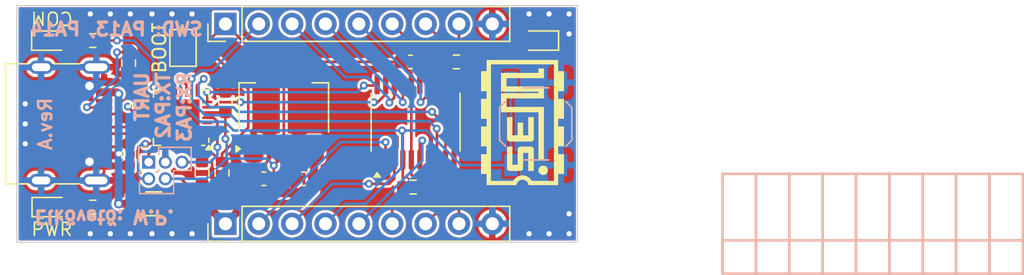
<source format=kicad_pcb>
(kicad_pcb (version 20240108) (generator "pcbnew") (generator_version "8.0")
  (layers (0 "F.Cu" signal) (31 "B.Cu" signal) (34 "B.Paste" user) (35 "F.Paste" user) (36 "B.SilkS" user "B.Silkscreen") (37 "F.SilkS" user "F.Silkscreen") (38 "B.Mask" user) (39 "F.Mask" user) (44 "Edge.Cuts" user))
  (net 0 "")
  (net 1 "GND")
  (net 2 "+5V")
  (net 3 "+3V3")
  (net 4 "Net-(D1-A)")
  (net 5 "Net-(D2-A)")
  (net 6 "Net-(D3-A)")
  (net 7 "Net-(F1-Pad1)")
  (net 8 "Net-(J1-CC1)")
  (net 9 "Net-(J1-SBU2)")
  (net 10 "/USBD_N")
  (net 11 "Net-(J1-SBU1)")
  (net 12 "/USBD_P")
  (net 13 "Net-(J1-CC2)")
  (net 14 "/NRST")
  (net 15 "/PF1")
  (net 16 "/PA4")
  (net 17 "/UART_TX")
  (net 18 "/PA0")
  (net 19 "/PA1")
  (net 20 "/PF0")
  (net 21 "/PA10")
  (net 22 "/PA7")
  (net 23 "/PA5")
  (net 24 "/PA9")
  (net 25 "/PB1")
  (net 26 "/PA6")
  (net 27 "/UART_RX")
  (net 28 "Net-(JP1-A)")
  (net 29 "/P_nRST")
  (net 30 "Net-(U3-PB0{slash}ADC8)")
  (net 31 "/SWDIO")
  (net 32 "/SWCLK")
  (net 46 "/P_SWD")
  (net 47 "/P_SWC")
  (footprint "Capacitor_SMD:C_0603_1608Metric" (layer "F.Cu") (at 152.273 54.47 90)
    (property "Reference" "C5" (hide yes))
    (property "Value" "100n" (hide yes))
  )
  (footprint "LED_SMD:LED_0603_1608Metric" (layer "F.Cu") (at 182.88 49.53 180)
    (property "Reference" "D2" (hide yes))
    (property "Value" "RED" (hide yes))
  )
  (footprint "Package_TO_SOT_SMD:SOT-223-3_TabPin2" (layer "F.Cu") (at 163.449 54.6608 90)
    (property "Reference" "U2" (hide yes))
    (property "Value" "LD1117S33TR_SOT223" (hide yes))
  )
  (footprint "Capacitor_SMD:C_0603_1608Metric" (layer "F.Cu") (at 161.938 60.071 180)
    (property "Reference" "C3" (hide yes))
    (property "Value" "10u" (hide yes))
  )
  (footprint "Resistor_SMD:R_0603_1608Metric" (layer "F.Cu") (at 158.75 59.626 -90)
    (property "Reference" "R6" (hide yes))
    (property "Value" "10k" (hide yes))
  )
  (footprint "Capacitor_SMD:C_0603_1608Metric" (layer "F.Cu") (at 173.088 51.1556)
    (property "Reference" "C2" (hide yes))
    (property "Value" "100n" (hide yes))
  )
  (footprint "Connector_PinHeader_2.54mm:PinHeader_1x09_P2.54mm_Vertical" (layer "F.Cu") (at 159.004 48.26 90)
    (property "Reference" "J3" (hide yes))
    (property "Value" "Conn_01x09" (hide yes))
  )
  (footprint "LED_SMD:LED_0603_1608Metric" (layer "F.Cu") (at 145.7395 49.53)
    (property "Reference" "D3" (hide yes))
    (property "Value" "RED" (hide yes))
  )
  (footprint "Jumper:SolderJumper-2_P1.3mm_Open_TrianglePad1.0x1.5mm" (layer "F.Cu") (at 155.7782 50.0888 90)
    (property "Reference" "BOOT")
    (property "Value" "Programmer boot" (hide yes))
  )
  (footprint "Package_SO:TSSOP-20_4.4x6.5mm_P0.65mm" (layer "F.Cu") (at 173.482 55.753 90)
    (property "Reference" "U1" (hide yes))
    (property "Value" "STM32F030F4Px" (hide yes))
  )
  (footprint "Fuse:Fuse_1206_3216Metric" (layer "F.Cu") (at 153.546 61.976)
    (property "Reference" "F1" (hide yes))
    (property "Value" "1A" (hide yes))
  )
  (footprint "Resistor_SMD:R_0603_1608Metric" (layer "F.Cu") (at 148.907 62.23 180)
    (property "Reference" "R1" (hide yes))
    (property "Value" "1k" (hide yes))
  )
  (footprint "Capacitor_SMD:C_0603_1608Metric" (layer "F.Cu") (at 164.96 60.071 180)
    (property "Reference" "C1" (hide yes))
    (property "Value" "10u" (hide yes))
  )
  (footprint "Resistor_SMD:R_0603_1608Metric" (layer "F.Cu") (at 157.226 59.626 90)
    (property "Reference" "R7" (hide yes))
    (property "Value" "10k" (hide yes))
  )
  (footprint "Connector_PinHeader_2.54mm:PinHeader_1x09_P2.54mm_Vertical" (layer "F.Cu") (at 159.004 63.5 90)
    (property "Reference" "J2" (hide yes))
    (property "Value" "Conn_01x09" (hide yes))
  )
  (footprint "LED_SMD:LED_0603_1608Metric" (layer "F.Cu") (at 145.7705 62.23)
    (property "Reference" "D1" (hide yes))
    (property "Value" "RED" (hide yes))
  )
  (footprint "Resistor_SMD:R_0603_1608Metric" (layer "F.Cu") (at 151.638 58.229 -90)
    (property "Reference" "R4" (hide yes))
    (property "Value" "5k1" (hide yes))
  )
  (footprint "Package_DFN_QFN:QFN-28-1EP_4x4mm_P0.4mm_EP2.8x2.8mm" (layer "F.Cu") (at 155.637 55.4165 180)
    (property "Reference" "U3" (hide yes))
    (property "Value" "CH32V203G6U6" (hide yes))
  )
  (footprint "Resistor_SMD:R_0603_1608Metric" (layer "F.Cu") (at 173.291 60.706 180)
    (property "Reference" "R5" (hide yes))
    (property "Value" "10k" (hide yes))
  )
  (footprint "Capacitor_SMD:C_0603_1608Metric" (layer "F.Cu") (at 159.004 54.216 90)
    (property "Reference" "C4" (hide yes))
    (property "Value" "100n" (hide yes))
  )
  (footprint "Resistor_SMD:R_0603_1608Metric" (layer "F.Cu") (at 151.638 51.244 -90)
    (property "Reference" "R3" (hide yes))
    (property "Value" "5k1" (hide yes))
  )
  (footprint "jlcpcb:USB_C_Receptacle_G-Switch_GT-USB-7010ASV" (layer "F.Cu") (at 147.35 55.88 -90)
    (property "Reference" "J1" (hide yes))
    (property "Value" "USB_C_Receptacle_USB2.0_16P" (hide yes))
  )
  (footprint "Resistor_SMD:R_0603_1608Metric" (layer "F.Cu") (at 176.593 51.1556)
    (property "Reference" "R2" (hide yes))
    (property "Value" "1k" (hide yes))
  )
  (footprint "Resistor_SMD:R_0603_1608Metric" (layer "F.Cu") (at 148.907 49.53 180)
    (property "Reference" "R8" (hide yes))
    (property "Value" "1k" (hide yes))
  )
  (footprint "jlcpcb:ProgConnector_5pin" (layer "B.Cu") (at 153.162 58.801 -90)
    (property "Reference" "J4" (hide yes))
    (property "Value" "PROG" (hide yes))
  )
  (footprint "Button_Switch_SMD:SW_SPST_TL3342" (layer "B.Cu") (at 182.626 55.88 90)
    (property "Reference" "SW1" (hide yes))
    (property "Value" "RESET" (hide yes))
  )
  (gr_rect (start 196.85 64.77) (end 219.71 67.31) (stroke (width 0.2)) (fill none) (layer "B.SilkS"))
  (gr_rect (start 214.63 59.69) (end 217.17 67.31) (stroke (width 0.2)) (fill none) (layer "B.SilkS"))
  (gr_rect (start 196.85 59.69) (end 199.39 67.31) (stroke (width 0.2)) (fill none) (layer "B.SilkS"))
  (gr_rect (start 212.09 59.69) (end 214.63 67.31) (stroke (width 0.2)) (fill none) (layer "B.SilkS"))
  (gr_rect (start 201.93 59.69) (end 204.47 67.31) (stroke (width 0.2)) (fill none) (layer "B.SilkS"))
  (gr_rect (start 204.47 59.69) (end 207.01 67.31) (stroke (width 0.2)) (fill none) (layer "B.SilkS"))
  (gr_rect (start 207.01 59.69) (end 209.55 67.31) (stroke (width 0.2)) (fill none) (layer "B.SilkS"))
  (gr_rect (start 199.39 59.69) (end 201.93 67.31) (stroke (width 0.2)) (fill none) (layer "B.SilkS"))
  (gr_rect (start 217.17 59.69) (end 219.71 67.31) (stroke (width 0.2)) (fill none) (layer "B.SilkS"))
  (gr_rect (start 209.55 59.69) (end 212.09 67.31) (stroke (width 0.2)) (fill none) (layer "B.SilkS"))
  (gr_poly (pts (xy 180.441823 58.468451) (xy 180.444923 59.32318) (xy 180.47903 59.370722) (xy 180.482706 59.375804) (xy 180.486735 59.380951) (xy 180.491081 59.386131) (xy 180.495711 59.391312) (xy 180.50059 59.396463) (xy 180.505681 59.401552) (xy 180.510952 59.406548) (xy 180.516366 59.411417) (xy 180.521889 59.41613) (xy 180.527486 59.420652) (xy 180.533123 59.424954) (xy 180.538764 59.429003) (xy 180.544375 59.432768) (xy 180.549921 59.436216) (xy 180.555367 59.439315) (xy 180.560678 59.442035) (xy 180.577917 59.449585) (xy 180.598015 59.455342) (xy 180.625863 59.459549) (xy 180.666357 59.462447) (xy 180.724388 59.46428) (xy 180.80485 59.46529) (xy 181.052638 59.465806) (xy 181.193448 59.465716) (xy 181.251236 59.465554) (xy 181.30146 59.465274) (xy 181.344756 59.464841) (xy 181.38176 59.464226) (xy 181.413108 59.463395) (xy 181.439436 59.462318) (xy 181.461379 59.460963) (xy 181.470906 59.46017) (xy 181.479574 59.459296) (xy 181.487465 59.458337) (xy 181.494656 59.457288) (xy 181.501229 59.456146) (xy 181.507261 59.454906) (xy 181.512834 59.453565) (xy 181.518026 59.452118) (xy 181.522916 59.450562) (xy 181.527585 59.448893) (xy 181.536575 59.445198) (xy 181.545631 59.441002) (xy 181.550735 59.438525) (xy 181.555944 59.435768) (xy 181.561217 59.432766) (xy 181.566512 59.429553) (xy 181.571789 59.426164) (xy 181.577006 59.422635) (xy 181.582124 59.418999) (xy 181.587101 59.415293) (xy 181.591897 59.41155) (xy 181.59647 59.407806) (xy 181.600779 59.404095) (xy 181.604785 59.400452) (xy 181.608445 59.396912) (xy 181.611719 59.39351) (xy 181.614566 59.39028) (xy 181.616945 59.387258) (xy 181.632385 59.362211) (xy 181.638698 59.348489) (xy 181.644156 59.332804) (xy 181.64882 59.314286) (xy 181.652753 59.292061) (xy 181.658673 59.233004) (xy 181.662414 59.148659) (xy 181.664471 59.032047) (xy 181.66552 58.674123) (xy 181.66552 58.089147) (xy 182.063429 58.089147) (xy 182.063429 59.465806) (xy 182.471673 59.465806) (xy 182.471673 57.769786) (xy 182.436533 57.716043) (xy 182.43189 57.708711) (xy 182.427247 57.701817) (xy 182.42258 57.695338) (xy 182.417865 57.689252) (xy 182.413076 57.683534) (xy 182.408191 57.678163) (xy 182.403185 57.673117) (xy 182.398034 57.668371) (xy 182.392713 57.663904) (xy 182.387198 57.659693) (xy 182.381465 57.655715) (xy 182.37549 57.651948) (xy 182.369248 57.648368) (xy 182.362716 57.644953) (xy 182.355869 57.641681) (xy 182.348683 57.638528) (xy 182.329809 57.631275) (xy 182.308149 57.625657) (xy 182.279174 57.621469) (xy 182.238354 57.618504) (xy 182.181158 57.616556) (xy 182.103058 57.615419) (xy 181.866025 57.614757) (xy 181.72668 57.61481) (xy 181.669812 57.614934) (xy 181.620594 57.615177) (xy 181.578365 57.615577) (xy 181.542462 57.616174) (xy 181.512221 57.617007) (xy 181.499016 57.617525) (xy 181.486978 57.618116) (xy 181.476025 57.618786) (xy 181.466072 57.61954) (xy 181.457038 57.620382) (xy 181.448839 57.621318) (xy 181.441392 57.622352) (xy 181.434615 57.623489) (xy 181.428425 57.624735) (xy 181.422738 57.626094) (xy 181.417473 57.62757) (xy 181.412545 57.62917) (xy 181.407872 57.630898) (xy 181.403372 57.632759) (xy 181.398961 57.634757) (xy 181.394556 57.636899) (xy 181.385435 57.641629) (xy 181.379076 57.644874) (xy 181.372794 57.648403) (xy 181.36659 57.652211) (xy 181.360468 57.656292) (xy 181.354431 57.660639) (xy 181.348482 57.665246) (xy 181.342623 57.670108) (xy 181.336859 57.675218) (xy 181.331191 57.680571) (xy 181.325623 57.686159) (xy 181.320158 57.691978) (xy 181.314799 57.69802) (xy 181.309549 57.704281) (xy 181.304412 57.710754) (xy 181.299389 57.717432) (xy 181.294484 57.724311) (xy 181.257276 57.779088) (xy 181.257276 59.002786) (xy 180.848 59.002786) (xy 180.848 57.614757) (xy 180.438722 57.614757)) (fill solid) (layer "F.SilkS"))
  (gr_poly (pts (xy 178.896698 53.382457) (xy 178.896698 53.983971) (xy 178.464682 53.983971) (xy 178.464682 55.487755) (xy 178.896698 55.487755) (xy 178.896698 56.089269) (xy 178.464682 56.089269) (xy 178.464682 57.592019) (xy 178.896698 57.592019) (xy 178.896698 58.193533) (xy 178.464682 58.193533) (xy 178.464682 59.696284) (xy 178.896698 59.696284) (xy 178.896698 60.552045) (xy 181.148756 60.552045) (xy 181.169427 60.480731) (xy 181.174918 60.462002) (xy 181.180216 60.444845) (xy 181.185421 60.429086) (xy 181.19063 60.414553) (xy 181.195942 60.401075) (xy 181.201456 60.388477) (xy 181.207269 60.376588) (xy 181.213481 60.365235) (xy 181.220189 60.354245) (xy 181.227492 60.343446) (xy 181.235489 60.332665) (xy 181.244277 60.32173) (xy 181.253955 60.310468) (xy 181.264622 60.298706) (xy 181.276377 60.286272) (xy 181.289316 60.272993) (xy 181.296968 60.265134) (xy 181.304801 60.257455) (xy 181.3128 60.249968) (xy 181.320952 60.242681) (xy 181.329243 60.235607) (xy 181.33766 60.228755) (xy 181.346189 60.222136) (xy 181.354816 60.215761) (xy 181.363528 60.20964) (xy 181.372311 60.203784) (xy 181.381152 60.198204) (xy 181.390037 60.19291) (xy 181.398952 60.187913) (xy 181.407883 60.183223) (xy 181.416818 60.178851) (xy 181.425742 60.174807) (xy 181.447951 60.165078) (xy 181.457985 60.161009) (xy 181.467568 60.157431) (xy 181.476896 60.154313) (xy 181.486167 60.151626) (xy 181.495577 60.149338) (xy 181.505324 60.147419) (xy 181.515603 60.145839) (xy 181.526612 60.144569) (xy 181.538547 60.143577) (xy 181.551606 60.142833) (xy 181.581881 60.141969) (xy 181.619012 60.141735) (xy 181.657854 60.141894) (xy 181.674218 60.142164) (xy 181.688872 60.142623) (xy 181.70206 60.143318) (xy 181.714028 60.144296) (xy 181.725021 60.145604) (xy 181.735284 60.14729) (xy 181.745062 60.149399) (xy 181.754602 60.151979) (xy 181.764147 60.155077) (xy 181.773944 60.158739) (xy 181.784237 60.163013) (xy 181.795273 60.167946) (xy 181.82055 60.179975) (xy 181.828582 60.183989) (xy 181.836747 60.188255) (xy 181.844985 60.192733) (xy 181.853235 60.197383) (xy 181.869529 60.207044) (xy 181.885145 60.216923) (xy 181.892548 60.221846) (xy 181.899599 60.226706) (xy 181.906238 60.231462) (xy 181.912405 60.236076) (xy 181.918039 60.240508) (xy 181.923079 60.24472) (xy 181.927466 60.248671) (xy 181.931138 60.252322) (xy 181.962097 60.284391) (xy 181.975146 60.298406) (xy 181.98677 60.311411) (xy 181.997117 60.323658) (xy 182.006333 60.335402) (xy 182.014564 60.346894) (xy 182.021959 60.358388) (xy 182.028663 60.370136) (xy 182.034823 60.382391) (xy 182.040587 60.395406) (xy 182.046101 60.409434) (xy 182.051512 60.424728) (xy 182.056967 60.44154) (xy 182.068597 60.480731) (xy 182.090301 60.552045) (xy 184.329957 60.552045) (xy 184.329957 59.696284) (xy 184.773341 59.696284) (xy 184.773341 58.193533) (xy 184.329957 58.193533) (xy 184.329957 57.592019) (xy 184.773341 57.592019) (xy 184.773341 56.089269) (xy 184.329957 56.089269) (xy 184.329957 55.487755) (xy 184.773341 55.487755) (xy 184.773341 53.983971) (xy 184.329957 53.983971) (xy 184.329957 53.382457) (xy 184.773341 53.382457) (xy 184.773341 51.868338) (xy 184.329957 51.868338) (xy 184.329957 51.012576) (xy 184.014731 51.012576) (xy 184.014731 51.336071) (xy 184.014731 60.239919) (xy 183.161036 60.239919) (xy 182.796281 60.239306) (xy 182.528904 60.237335) (xy 182.433458 60.235781) (xy 182.364428 60.233815) (xy 182.322503 60.231413) (xy 182.311922 60.230041) (xy 182.309263 60.229311) (xy 182.308375 60.22855) (xy 182.308161 60.22725) (xy 182.307533 60.225313) (xy 182.305129 60.219701) (xy 182.301344 60.212055) (xy 182.29636 60.202712) (xy 182.290359 60.192014) (xy 182.283522 60.180298) (xy 182.276031 60.167903) (xy 182.268068 60.15517) (xy 182.246171 60.123421) (xy 182.22239 60.09293) (xy 182.196806 60.063744) (xy 182.169495 60.035911) (xy 182.140537 60.009476) (xy 182.11001 59.984487) (xy 182.077994 59.96099) (xy 182.044567 59.939034) (xy 182.009808 59.918664) (xy 181.973795 59.899927) (xy 181.936607 59.882871) (xy 181.898323 59.867543) (xy 181.859021 59.853988) (xy 181.818781 59.842256) (xy 181.777682 59.832391) (xy 181.7358 59.824441) (xy 181.695567 59.818863) (xy 181.654806 59.815664) (xy 181.613669 59.814803) (xy 181.572309 59.816238) (xy 181.530876 59.819925) (xy 181.489522 59.825822) (xy 181.448398 59.833887) (xy 181.407655 59.844078) (xy 181.367445 59.856352) (xy 181.32792 59.870667) (xy 181.28923 59.886981) (xy 181.251528 59.90525) (xy 181.214964 59.925433) (xy 181.179689 59.947488) (xy 181.145856 59.971371) (xy 181.113616 59.99704) (xy 181.105143 60.004253) (xy 181.09646 60.011871) (xy 181.087671 60.019788) (xy 181.07888 60.027901) (xy 181.061712 60.044294) (xy 181.053543 60.052365) (xy 181.045791 60.060215) (xy 181.03856 60.067737) (xy 181.031953 60.074827) (xy 181.026077 60.081382) (xy 181.021035 60.087296) (xy 181.016931 60.092466) (xy 181.013871 60.096786) (xy 181.012764 60.098595) (xy 181.011958 60.100152) (xy 181.011464 60.101445) (xy 181.011297 60.10246) (xy 181.011083 60.103485) (xy 181.010455 60.10499) (xy 181.009437 60.106945) (xy 181.008051 60.109324) (xy 181.004266 60.115232) (xy 180.999282 60.122485) (xy 180.993281 60.130852) (xy 180.986444 60.140103) (xy 180.978953 60.150009) (xy 180.970989 60.160338) (xy 180.966778 60.165589) (xy 180.962685 60.170853) (xy 180.958731 60.176096) (xy 180.954937 60.181283) (xy 180.951325 60.186379) (xy 180.947917 60.19135) (xy 180.944732 60.19616) (xy 180.941792 60.200775) (xy 180.939119 60.205159) (xy 180.936733 60.209279) (xy 180.934657 60.213099) (xy 180.93291 60.216585) (xy 180.931515 60.2197) (xy 180.930492 60.222412) (xy 180.929863 60.224685) (xy 180.929702 60.225646) (xy 180.929648 60.226484) (xy 180.927463 60.228338) (xy 180.920595 60.230028) (xy 180.890939 60.232943) (xy 180.754853 60.237077) (xy 180.491448 60.239273) (xy 180.070786 60.239919) (xy 179.211924 60.239919) (xy 179.211924 51.336071) (xy 184.014731 51.336071) (xy 184.014731 51.012576) (xy 178.896698 51.012576) (xy 178.896698 51.868338) (xy 178.464682 51.868338) (xy 178.464682 53.382457)) (fill solid) (layer "F.SilkS"))
  (gr_poly (pts (xy 182.84125 59.427913) (xy 182.841979 59.440133) (xy 182.843097 59.452371) (xy 182.844591 59.464511) (xy 182.846446 59.47644) (xy 182.848649 59.488042) (xy 182.851188 59.499202) (xy 182.854047 59.509805) (xy 182.857213 59.519736) (xy 182.860673 59.528879) (xy 182.864413 59.53712) (xy 182.866132 59.540436) (xy 182.867795 59.54378) (xy 182.869394 59.547133) (xy 182.870922 59.550475) (xy 182.872371 59.553787) (xy 182.873734 59.55705) (xy 182.875003 59.560242) (xy 182.87617 59.563346) (xy 182.877229 59.56634) (xy 182.878171 59.569206) (xy 182.878988 59.571923) (xy 182.879674 59.574472) (xy 182.880221 59.576834) (xy 182.880621 59.578988) (xy 182.880867 59.580915) (xy 182.88095 59.582595) (xy 182.881081 59.5839) (xy 182.881467 59.585474) (xy 182.882095 59.587296) (xy 182.882953 59.589345) (xy 182.884029 59.591601) (xy 182.88531 59.594041) (xy 182.886786 59.596644) (xy 182.888443 59.59939) (xy 182.89027 59.602257) (xy 182.892254 59.605224) (xy 182.894384 59.60827) (xy 182.896647 59.611373) (xy 182.899031 59.614512) (xy 182.901524 59.617667) (xy 182.904114 59.620815) (xy 182.906789 59.623936) (xy 182.92562 59.644331) (xy 182.943834 59.662926) (xy 182.961563 59.679785) (xy 182.978942 59.694975) (xy 182.996102 59.70856) (xy 183.013177 59.720606) (xy 183.030301 59.731176) (xy 183.047607 59.740337) (xy 183.065227 59.748154) (xy 183.083296 59.754692) (xy 183.101946 59.760015) (xy 183.12131 59.764189) (xy 183.141522 59.767279) (xy 183.162716 59.769351) (xy 183.185024 59.770468) (xy 183.208579 59.770697) (xy 183.230143 59.769985) (xy 183.251215 59.768066) (xy 183.271773 59.764973) (xy 183.29179 59.76074) (xy 183.311242 59.755401) (xy 183.330106 59.74899) (xy 183.348355 59.74154) (xy 183.365966 59.733087) (xy 183.382913 59.723663) (xy 183.399173 59.713302) (xy 183.414721 59.702039) (xy 183.429532 59.689907) (xy 183.443581 59.67694) (xy 183.456844 59.663172) (xy 183.469296 59.648636) (xy 183.480914 59.633368) (xy 183.491671 59.6174) (xy 183.501543 59.600766) (xy 183.510507 59.5835) (xy 183.518536 59.565637) (xy 183.525608 59.54721) (xy 183.531696 59.528253) (xy 183.536777 59.508799) (xy 183.540826 59.488884) (xy 183.543818 59.46854) (xy 183.545728 59.447801) (xy 183.546533 59.426701) (xy 183.546207 59.405275) (xy 183.544726 59.383556) (xy 183.542066 59.361577) (xy 183.538201 59.339374) (xy 183.533107 59.316979) (xy 183.52995 59.30494) (xy 183.526655 59.293583) (xy 183.523178 59.282838) (xy 183.519477 59.272634) (xy 183.515509 59.262903) (xy 183.511233 59.253574) (xy 183.506605 59.244579) (xy 183.501584 59.235847) (xy 183.496127 59.227308) (xy 183.490191 59.218894) (xy 183.483734 59.210534) (xy 183.476715 59.20216) (xy 183.469089 59.1937) (xy 183.460816 59.185086) (xy 183.451852 59.176248) (xy 183.442156 59.167117) (xy 183.424118 59.151349) (xy 183.405302 59.136993) (xy 183.385757 59.124058) (xy 183.36553 59.11255) (xy 183.344666 59.102477) (xy 183.323214 59.093847) (xy 183.301219 59.086668) (xy 183.278729 59.080946) (xy 183.255792 59.07669) (xy 183.232453 59.073907) (xy 183.20876 59.072605) (xy 183.184759 59.072791) (xy 183.160498 59.074473) (xy 183.136024 59.077658) (xy 183.111383 59.082354) (xy 183.086622 59.088568) (xy 183.06566 59.095527) (xy 183.045075 59.10432) (xy 183.024957 59.114841) (xy 183.005394 59.126987) (xy 182.986472 59.140652) (xy 182.968279 59.155734) (xy 182.950905 59.172126) (xy 182.934435 59.189725) (xy 182.918959 59.208426) (xy 182.904564 59.228125) (xy 182.891337 59.248717) (xy 182.879368 59.270098) (xy 182.868742 59.292164) (xy 182.859549 59.314809) (xy 182.851876 59.337929) (xy 182.84581 59.36142) (xy 182.843918 59.371114) (xy 182.842498 59.381517) (xy 182.841534 59.392514) (xy 182.841014 59.403988) (xy 182.840924 59.415827)) (fill solid) (layer "F.SilkS"))
  (gr_poly (pts (xy 182.834441 53.417597) (xy 182.834441 53.544721) (xy 179.983969 53.544721) (xy 179.983969 54.990628) (xy 182.834441 54.990628) (xy 182.834441 58.632782) (xy 183.242685 58.632782) (xy 183.242685 54.596853) (xy 180.392213 54.596853) (xy 180.392213 53.937462) (xy 183.242685 53.937462) (xy 183.242685 53.024857) (xy 180.392213 53.024857) (xy 180.392213 52.388203) (xy 183.242685 52.388203) (xy 183.242685 51.659565) (xy 182.834441 51.659565) (xy 182.834441 51.995462) (xy 179.983969 51.995462) (xy 179.983969 53.417597)) (fill solid) (layer "F.SilkS"))
  (gr_poly (pts (xy 180.441823 58.468451) (xy 180.444923 59.32318) (xy 180.47903 59.370722) (xy 180.482706 59.375804) (xy 180.486735 59.380951) (xy 180.491081 59.386131) (xy 180.495711 59.391312) (xy 180.50059 59.396463) (xy 180.505681 59.401552) (xy 180.510952 59.406548) (xy 180.516366 59.411417) (xy 180.521889 59.41613) (xy 180.527486 59.420652) (xy 180.533123 59.424954) (xy 180.538764 59.429003) (xy 180.544375 59.432768) (xy 180.549921 59.436216) (xy 180.555367 59.439315) (xy 180.560678 59.442035) (xy 180.577917 59.449585) (xy 180.598015 59.455342) (xy 180.625863 59.459549) (xy 180.666357 59.462447) (xy 180.724388 59.46428) (xy 180.80485 59.46529) (xy 181.052638 59.465806) (xy 181.193448 59.465716) (xy 181.251236 59.465554) (xy 181.30146 59.465274) (xy 181.344756 59.464841) (xy 181.38176 59.464226) (xy 181.413108 59.463395) (xy 181.439436 59.462318) (xy 181.461379 59.460963) (xy 181.470906 59.46017) (xy 181.479574 59.459296) (xy 181.487465 59.458337) (xy 181.494656 59.457288) (xy 181.501229 59.456146) (xy 181.507261 59.454906) (xy 181.512834 59.453565) (xy 181.518026 59.452118) (xy 181.522916 59.450562) (xy 181.527585 59.448893) (xy 181.536575 59.445198) (xy 181.545631 59.441002) (xy 181.550735 59.438525) (xy 181.555944 59.435768) (xy 181.561217 59.432766) (xy 181.566512 59.429553) (xy 181.571789 59.426164) (xy 181.577006 59.422635) (xy 181.582124 59.418999) (xy 181.587101 59.415293) (xy 181.591897 59.41155) (xy 181.59647 59.407806) (xy 181.600779 59.404095) (xy 181.604785 59.400452) (xy 181.608445 59.396912) (xy 181.611719 59.39351) (xy 181.614566 59.39028) (xy 181.616945 59.387258) (xy 181.632385 59.362211) (xy 181.638698 59.348489) (xy 181.644156 59.332804) (xy 181.64882 59.314286) (xy 181.652753 59.292061) (xy 181.658673 59.233004) (xy 181.662414 59.148659) (xy 181.664471 59.032047) (xy 181.66552 58.674123) (xy 181.66552 58.089147) (xy 182.063429 58.089147) (xy 182.063429 59.465806) (xy 182.471673 59.465806) (xy 182.471673 57.769786) (xy 182.436533 57.716043) (xy 182.43189 57.708711) (xy 182.427247 57.701817) (xy 182.42258 57.695338) (xy 182.417865 57.689252) (xy 182.413076 57.683534) (xy 182.408191 57.678163) (xy 182.403185 57.673117) (xy 182.398034 57.668371) (xy 182.392713 57.663904) (xy 182.387198 57.659693) (xy 182.381465 57.655715) (xy 182.37549 57.651948) (xy 182.369248 57.648368) (xy 182.362716 57.644953) (xy 182.355869 57.641681) (xy 182.348683 57.638528) (xy 182.329809 57.631275) (xy 182.308149 57.625657) (xy 182.279174 57.621469) (xy 182.238354 57.618504) (xy 182.181158 57.616556) (xy 182.103058 57.615419) (xy 181.866025 57.614757) (xy 181.72668 57.61481) (xy 181.669812 57.614934) (xy 181.620594 57.615177) (xy 181.578365 57.615577) (xy 181.542462 57.616174) (xy 181.512221 57.617007) (xy 181.499016 57.617525) (xy 181.486978 57.618116) (xy 181.476025 57.618786) (xy 181.466072 57.61954) (xy 181.457038 57.620382) (xy 181.448839 57.621318) (xy 181.441392 57.622352) (xy 181.434615 57.623489) (xy 181.428425 57.624735) (xy 181.422738 57.626094) (xy 181.417473 57.62757) (xy 181.412545 57.62917) (xy 181.407872 57.630898) (xy 181.403372 57.632759) (xy 181.398961 57.634757) (xy 181.394556 57.636899) (xy 181.385435 57.641629) (xy 181.379076 57.644874) (xy 181.372794 57.648403) (xy 181.36659 57.652211) (xy 181.360468 57.656292) (xy 181.354431 57.660639) (xy 181.348482 57.665246) (xy 181.342623 57.670108) (xy 181.336859 57.675218) (xy 181.331191 57.680571) (xy 181.325623 57.686159) (xy 181.320158 57.691978) (xy 181.314799 57.69802) (xy 181.309549 57.704281) (xy 181.304412 57.710754) (xy 181.299389 57.717432) (xy 181.294484 57.724311) (xy 181.257276 57.779088) (xy 181.257276 59.002786) (xy 180.848 59.002786) (xy 180.848 57.614757) (xy 180.438722 57.614757)) (fill solid) (layer "F.SilkS"))
  (gr_poly (pts (xy 182.84125 59.427913) (xy 182.841979 59.440133) (xy 182.843097 59.452371) (xy 182.844591 59.464511) (xy 182.846446 59.47644) (xy 182.848649 59.488042) (xy 182.851188 59.499202) (xy 182.854047 59.509805) (xy 182.857213 59.519736) (xy 182.860673 59.528879) (xy 182.864413 59.53712) (xy 182.866132 59.540436) (xy 182.867795 59.54378) (xy 182.869394 59.547133) (xy 182.870922 59.550475) (xy 182.872371 59.553787) (xy 182.873734 59.55705) (xy 182.875003 59.560242) (xy 182.87617 59.563346) (xy 182.877229 59.56634) (xy 182.878171 59.569206) (xy 182.878988 59.571923) (xy 182.879674 59.574472) (xy 182.880221 59.576834) (xy 182.880621 59.578988) (xy 182.880867 59.580915) (xy 182.88095 59.582595) (xy 182.881081 59.5839) (xy 182.881467 59.585474) (xy 182.882095 59.587296) (xy 182.882953 59.589345) (xy 182.884029 59.591601) (xy 182.88531 59.594041) (xy 182.886786 59.596644) (xy 182.888443 59.59939) (xy 182.89027 59.602257) (xy 182.892254 59.605224) (xy 182.894384 59.60827) (xy 182.896647 59.611373) (xy 182.899031 59.614512) (xy 182.901524 59.617667) (xy 182.904114 59.620815) (xy 182.906789 59.623936) (xy 182.92562 59.644331) (xy 182.943834 59.662926) (xy 182.961563 59.679785) (xy 182.978942 59.694975) (xy 182.996102 59.70856) (xy 183.013177 59.720606) (xy 183.030301 59.731176) (xy 183.047607 59.740337) (xy 183.065227 59.748154) (xy 183.083296 59.754692) (xy 183.101946 59.760015) (xy 183.12131 59.764189) (xy 183.141522 59.767279) (xy 183.162716 59.769351) (xy 183.185024 59.770468) (xy 183.208579 59.770697) (xy 183.230143 59.769985) (xy 183.251215 59.768066) (xy 183.271773 59.764973) (xy 183.29179 59.76074) (xy 183.311242 59.755401) (xy 183.330106 59.74899) (xy 183.348355 59.74154) (xy 183.365966 59.733087) (xy 183.382913 59.723663) (xy 183.399173 59.713302) (xy 183.414721 59.702039) (xy 183.429532 59.689907) (xy 183.443581 59.67694) (xy 183.456844 59.663172) (xy 183.469296 59.648636) (xy 183.480914 59.633368) (xy 183.491671 59.6174) (xy 183.501543 59.600766) (xy 183.510507 59.5835) (xy 183.518536 59.565637) (xy 183.525608 59.54721) (xy 183.531696 59.528253) (xy 183.536777 59.508799) (xy 183.540826 59.488884) (xy 183.543818 59.46854) (xy 183.545728 59.447801) (xy 183.546533 59.426701) (xy 183.546207 59.405275) (xy 183.544726 59.383556) (xy 183.542066 59.361577) (xy 183.538201 59.339374) (xy 183.533107 59.316979) (xy 183.52995 59.30494) (xy 183.526655 59.293583) (xy 183.523178 59.282838) (xy 183.519477 59.272634) (xy 183.515509 59.262903) (xy 183.511233 59.253574) (xy 183.506605 59.244579) (xy 183.501584 59.235847) (xy 183.496127 59.227308) (xy 183.490191 59.218894) (xy 183.483734 59.210534) (xy 183.476715 59.20216) (xy 183.469089 59.1937) (xy 183.460816 59.185086) (xy 183.451852 59.176248) (xy 183.442156 59.167117) (xy 183.424118 59.151349) (xy 183.405302 59.136993) (xy 183.385757 59.124058) (xy 183.36553 59.11255) (xy 183.344666 59.102477) (xy 183.323214 59.093847) (xy 183.301219 59.086668) (xy 183.278729 59.080946) (xy 183.255792 59.07669) (xy 183.232453 59.073907) (xy 183.20876 59.072605) (xy 183.184759 59.072791) (xy 183.160498 59.074473) (xy 183.136024 59.077658) (xy 183.111383 59.082354) (xy 183.086622 59.088568) (xy 183.06566 59.095527) (xy 183.045075 59.10432) (xy 183.024957 59.114841) (xy 183.005394 59.126987) (xy 182.986472 59.140652) (xy 182.968279 59.155734) (xy 182.950905 59.172126) (xy 182.934435 59.189725) (xy 182.918959 59.208426) (xy 182.904564 59.228125) (xy 182.891337 59.248717) (xy 182.879368 59.270098) (xy 182.868742 59.292164) (xy 182.859549 59.314809) (xy 182.851876 59.337929) (xy 182.84581 59.36142) (xy 182.843918 59.371114) (xy 182.842498 59.381517) (xy 182.841534 59.392514) (xy 182.841014 59.403988) (xy 182.840924 59.415827)) (fill solid) (layer "F.SilkS"))
  (gr_poly (pts (xy 180.444923 57.079389) (xy 180.47903 57.126931) (xy 180.482706 57.132013) (xy 180.486735 57.137162) (xy 180.491081 57.142346) (xy 180.495711 57.147537) (xy 180.50059 57.152704) (xy 180.505681 57.157816) (xy 180.510952 57.162844) (xy 180.516366 57.167756) (xy 180.521889 57.172523) (xy 180.527486 57.177114) (xy 180.533123 57.1815) (xy 180.538764 57.185649) (xy 180.544375 57.189532) (xy 180.549921 57.193118) (xy 180.555367 57.196377) (xy 180.560678 57.199278) (xy 180.578933 57.206783) (xy 180.604587 57.212423) (xy 180.647465 57.216465) (xy 180.717387 57.219174) (xy 180.977659 57.221661) (xy 181.463982 57.222016) (xy 182.316643 57.222016) (xy 182.367286 57.195144) (xy 182.373743 57.191594) (xy 182.379943 57.187914) (xy 182.385894 57.184094) (xy 182.391607 57.180126) (xy 182.397089 57.176) (xy 182.40235 57.171708) (xy 182.407399 57.167241) (xy 182.412245 57.162588) (xy 182.416897 57.157742) (xy 182.421365 57.152693) (xy 182.425657 57.147432) (xy 182.429783 57.14195) (xy 182.433751 57.136238) (xy 182.43757 57.130286) (xy 182.441251 57.124087) (xy 182.444801 57.11763) (xy 182.471673 57.06802) (xy 182.471673 55.372) (xy 182.063429 55.372) (xy 182.063429 56.760029) (xy 181.66552 56.760029) (xy 181.66552 55.788512) (xy 181.257276 55.788512) (xy 181.257276 56.760029) (xy 180.848 56.760029) (xy 180.848 55.372) (xy 180.438722 55.372)) (fill solid) (layer "F.SilkS"))
  (gr_poly (pts (xy 178.896698 53.382457) (xy 178.896698 53.983971) (xy 178.464682 53.983971) (xy 178.464682 55.487755) (xy 178.896698 55.487755) (xy 178.896698 56.089269) (xy 178.464682 56.089269) (xy 178.464682 57.592019) (xy 178.896698 57.592019) (xy 178.896698 58.193533) (xy 178.464682 58.193533) (xy 178.464682 59.696284) (xy 178.896698 59.696284) (xy 178.896698 60.552045) (xy 181.148756 60.552045) (xy 181.169427 60.480731) (xy 181.174918 60.462002) (xy 181.180216 60.444845) (xy 181.185421 60.429086) (xy 181.19063 60.414553) (xy 181.195942 60.401075) (xy 181.201456 60.388477) (xy 181.207269 60.376588) (xy 181.213481 60.365235) (xy 181.220189 60.354245) (xy 181.227492 60.343446) (xy 181.235489 60.332665) (xy 181.244277 60.32173) (xy 181.253955 60.310468) (xy 181.264622 60.298706) (xy 181.276377 60.286272) (xy 181.289316 60.272993) (xy 181.296968 60.265134) (xy 181.304801 60.257455) (xy 181.3128 60.249968) (xy 181.320952 60.242681) (xy 181.329243 60.235607) (xy 181.33766 60.228755) (xy 181.346189 60.222136) (xy 181.354816 60.215761) (xy 181.363528 60.20964) (xy 181.372311 60.203784) (xy 181.381152 60.198204) (xy 181.390037 60.19291) (xy 181.398952 60.187913) (xy 181.407883 60.183223) (xy 181.416818 60.178851) (xy 181.425742 60.174807) (xy 181.447951 60.165078) (xy 181.457985 60.161009) (xy 181.467568 60.157431) (xy 181.476896 60.154313) (xy 181.486167 60.151626) (xy 181.495577 60.149338) (xy 181.505324 60.147419) (xy 181.515603 60.145839) (xy 181.526612 60.144569) (xy 181.538547 60.143577) (xy 181.551606 60.142833) (xy 181.581881 60.141969) (xy 181.619012 60.141735) (xy 181.657854 60.141894) (xy 181.674218 60.142164) (xy 181.688872 60.142623) (xy 181.70206 60.143318) (xy 181.714028 60.144296) (xy 181.725021 60.145604) (xy 181.735284 60.14729) (xy 181.745062 60.149399) (xy 181.754602 60.151979) (xy 181.764147 60.155077) (xy 181.773944 60.158739) (xy 181.784237 60.163013) (xy 181.795273 60.167946) (xy 181.82055 60.179975) (xy 181.828582 60.183989) (xy 181.836747 60.188255) (xy 181.844985 60.192733) (xy 181.853235 60.197383) (xy 181.869529 60.207044) (xy 181.885145 60.216923) (xy 181.892548 60.221846) (xy 181.899599 60.226706) (xy 181.906238 60.231462) (xy 181.912405 60.236076) (xy 181.918039 60.240508) (xy 181.923079 60.24472) (xy 181.927466 60.248671) (xy 181.931138 60.252322) (xy 181.962097 60.284391) (xy 181.975146 60.298406) (xy 181.98677 60.311411) (xy 181.997117 60.323658) (xy 182.006333 60.335402) (xy 182.014564 60.346894) (xy 182.021959 60.358388) (xy 182.028663 60.370136) (xy 182.034823 60.382391) (xy 182.040587 60.395406) (xy 182.046101 60.409434) (xy 182.051512 60.424728) (xy 182.056967 60.44154) (xy 182.068597 60.480731) (xy 182.090301 60.552045) (xy 184.329957 60.552045) (xy 184.329957 59.696284) (xy 184.773341 59.696284) (xy 184.773341 58.193533) (xy 184.329957 58.193533) (xy 184.329957 57.592019) (xy 184.773341 57.592019) (xy 184.773341 56.089269) (xy 184.329957 56.089269) (xy 184.329957 55.487755) (xy 184.773341 55.487755) (xy 184.773341 53.983971) (xy 184.329957 53.983971) (xy 184.329957 53.382457) (xy 184.773341 53.382457) (xy 184.773341 51.868338) (xy 184.329957 51.868338) (xy 184.329957 51.012576) (xy 184.014731 51.012576) (xy 184.014731 51.336071) (xy 184.014731 60.239919) (xy 183.161036 60.239919) (xy 182.796281 60.239306) (xy 182.528904 60.237335) (xy 182.433458 60.235781) (xy 182.364428 60.233815) (xy 182.322503 60.231413) (xy 182.311922 60.230041) (xy 182.309263 60.229311) (xy 182.308375 60.22855) (xy 182.308161 60.22725) (xy 182.307533 60.225313) (xy 182.305129 60.219701) (xy 182.301344 60.212055) (xy 182.29636 60.202712) (xy 182.290359 60.192014) (xy 182.283522 60.180298) (xy 182.276031 60.167903) (xy 182.268068 60.15517) (xy 182.246171 60.123421) (xy 182.22239 60.09293) (xy 182.196806 60.063744) (xy 182.169495 60.035911) (xy 182.140537 60.009476) (xy 182.11001 59.984487) (xy 182.077994 59.96099) (xy 182.044567 59.939034) (xy 182.009808 59.918664) (xy 181.973795 59.899927) (xy 181.936607 59.882871) (xy 181.898323 59.867543) (xy 181.859021 59.853988) (xy 181.818781 59.842256) (xy 181.777682 59.832391) (xy 181.7358 59.824441) (xy 181.695567 59.818863) (xy 181.654806 59.815664) (xy 181.613669 59.814803) (xy 181.572309 59.816238) (xy 181.530876 59.819925) (xy 181.489522 59.825822) (xy 181.448398 59.833887) (xy 181.407655 59.844078) (xy 181.367445 59.856352) (xy 181.32792 59.870667) (xy 181.28923 59.886981) (xy 181.251528 59.90525) (xy 181.214964 59.925433) (xy 181.179689 59.947488) (xy 181.145856 59.971371) (xy 181.113616 59.99704) (xy 181.105143 60.004253) (xy 181.09646 60.011871) (xy 181.087671 60.019788) (xy 181.07888 60.027901) (xy 181.061712 60.044294) (xy 181.053543 60.052365) (xy 181.045791 60.060215) (xy 181.03856 60.067737) (xy 181.031953 60.074827) (xy 181.026077 60.081382) (xy 181.021035 60.087296) (xy 181.016931 60.092466) (xy 181.013871 60.096786) (xy 181.012764 60.098595) (xy 181.011958 60.100152) (xy 181.011464 60.101445) (xy 181.011297 60.10246) (xy 181.011083 60.103485) (xy 181.010455 60.10499) (xy 181.009437 60.106945) (xy 181.008051 60.109324) (xy 181.004266 60.115232) (xy 180.999282 60.122485) (xy 180.993281 60.130852) (xy 180.986444 60.140103) (xy 180.978953 60.150009) (xy 180.970989 60.160338) (xy 180.966778 60.165589) (xy 180.962685 60.170853) (xy 180.958731 60.176096) (xy 180.954937 60.181283) (xy 180.951325 60.186379) (xy 180.947917 60.19135) (xy 180.944732 60.19616) (xy 180.941792 60.200775) (xy 180.939119 60.205159) (xy 180.936733 60.209279) (xy 180.934657 60.213099) (xy 180.93291 60.216585) (xy 180.931515 60.2197) (xy 180.930492 60.222412) (xy 180.929863 60.224685) (xy 180.929702 60.225646) (xy 180.929648 60.226484) (xy 180.927463 60.228338) (xy 180.920595 60.230028) (xy 180.890939 60.232943) (xy 180.754853 60.237077) (xy 180.491448 60.239273) (xy 180.070786 60.239919) (xy 179.211924 60.239919) (xy 179.211924 51.336071) (xy 184.014731 51.336071) (xy 184.014731 51.012576) (xy 178.896698 51.012576) (xy 178.896698 51.868338) (xy 178.464682 51.868338) (xy 178.464682 53.382457)) (fill solid) (layer "F.SilkS"))
  (gr_poly (pts (xy 180.444923 57.079389) (xy 180.47903 57.126931) (xy 180.482706 57.132013) (xy 180.486735 57.137162) (xy 180.491081 57.142346) (xy 180.495711 57.147537) (xy 180.50059 57.152704) (xy 180.505681 57.157816) (xy 180.510952 57.162844) (xy 180.516366 57.167756) (xy 180.521889 57.172523) (xy 180.527486 57.177114) (xy 180.533123 57.1815) (xy 180.538764 57.185649) (xy 180.544375 57.189532) (xy 180.549921 57.193118) (xy 180.555367 57.196377) (xy 180.560678 57.199278) (xy 180.578933 57.206783) (xy 180.604587 57.212423) (xy 180.647465 57.216465) (xy 180.717387 57.219174) (xy 180.977659 57.221661) (xy 181.463982 57.222016) (xy 182.316643 57.222016) (xy 182.367286 57.195144) (xy 182.373743 57.191594) (xy 182.379943 57.187914) (xy 182.385894 57.184094) (xy 182.391607 57.180126) (xy 182.397089 57.176) (xy 182.40235 57.171708) (xy 182.407399 57.167241) (xy 182.412245 57.162588) (xy 182.416897 57.157742) (xy 182.421365 57.152693) (xy 182.425657 57.147432) (xy 182.429783 57.14195) (xy 182.433751 57.136238) (xy 182.43757 57.130286) (xy 182.441251 57.124087) (xy 182.444801 57.11763) (xy 182.471673 57.06802) (xy 182.471673 55.372) (xy 182.063429 55.372) (xy 182.063429 56.760029) (xy 181.66552 56.760029) (xy 181.66552 55.788512) (xy 181.257276 55.788512) (xy 181.257276 56.760029) (xy 180.848 56.760029) (xy 180.848 55.372) (xy 180.438722 55.372)) (fill solid) (layer "F.SilkS"))
  (gr_poly (pts (xy 182.834441 53.417597) (xy 182.834441 53.544721) (xy 179.983969 53.544721) (xy 179.983969 54.990628) (xy 182.834441 54.990628) (xy 182.834441 58.632782) (xy 183.242685 58.632782) (xy 183.242685 54.596853) (xy 180.392213 54.596853) (xy 180.392213 53.937462) (xy 183.242685 53.937462) (xy 183.242685 53.024857) (xy 180.392213 53.024857) (xy 180.392213 52.388203) (xy 183.242685 52.388203) (xy 183.242685 51.659565) (xy 182.834441 51.659565) (xy 182.834441 51.995462) (xy 179.983969 51.995462) (xy 179.983969 53.417597)) (fill solid) (layer "F.SilkS"))
  (gr_rect (start 143.129 46.863) (end 185.801 64.897) (stroke (width 0.1)) (fill none) (layer "Edge.Cuts"))
  (gr_text "Rev.A" (at 145.288 55.88 90) (layer "B.SilkS") (effects (font (size 1 1) (thickness 0.2) (bold yes)) (justify mirror)))
  (gr_text "UART\nTX:PA2\nRX:PA3" (at 156.464 51.816 90) (layer "B.SilkS") (effects (font (size 1 1) (thickness 0.25) (bold yes)) (justify left bottom mirror)))
  (gr_text "SWD: PA13, PA14" (at 150.6982 49.2506 0) (layer "B.SilkS") (effects (font (size 1 1) (thickness 0.25) (bold yes)) (justify bottom mirror)))
  (gr_text "Elkövető: W.P." (at 149.7838 62.3824 180) (layer "B.SilkS") (effects (font (size 1 1) (thickness 0.25) (bold yes)) (justify bottom mirror)))
  (gr_text "COM\n" (at 145.796 47.244 180) (layer "F.SilkS") (effects (font (size 1 1) (thickness 0.125)) (justify bottom)))
  (gr_text "PWR" (at 145.796 64.516 0) (layer "F.SilkS") (effects (font (size 1 1) (thickness 0.125)) (justify bottom)))
  (segment (start 149.775 52.16) (end 149.175 51.56) (width 0.2) (layer "F.Cu") (net 1))
  (segment (start 149.775 59.6) (end 149.175 60.2) (width 0.2) (layer "F.Cu") (net 1))
  (segment (start 149.775 52.68) (end 149.775 52.16) (width 0.2) (layer "F.Cu") (net 1))
  (segment (start 149.775 59.08) (end 149.775 59.6) (width 0.2) (layer "F.Cu") (net 1))
  (via (at 185.166 62.738) (size 0.8) (drill 0.4) (layers "F.Cu" "B.Cu") (net 1))
  (via (at 150.241 47.498) (size 0.8) (drill 0.4) (layers "F.Cu" "B.Cu") (net 1))
  (via (at 153.416 64.262) (size 0.8) (drill 0.4) (layers "F.Cu" "B.Cu") (net 1))
  (via (at 182.118 64.262) (size 0.8) (drill 0.4) (layers "F.Cu" "B.Cu") (net 1))
  (via (at 185.166 64.262) (size 0.8) (drill 0.4) (layers "F.Cu" "B.Cu") (net 1))
  (via (at 143.764 54.356) (size 0.8) (drill 0.4) (layers "F.Cu" "B.Cu") (net 1))
  (via (at 154.94 64.262) (size 0.8) (drill 0.4) (layers "F.Cu" "B.Cu") (net 1))
  (via (at 183.642 64.262) (size 0.8) (drill 0.4) (layers "F.Cu" "B.Cu") (net 1))
  (via (at 151.765 47.498) (size 0.8) (drill 0.4) (layers "F.Cu" "B.Cu") (net 1))
  (via (at 143.764 57.404) (size 0.8) (drill 0.4) (layers "F.Cu" "B.Cu") (net 1))
  (via (at 150.241 64.262) (size 0.8) (drill 0.4) (layers "F.Cu" "B.Cu") (net 1))
  (via (at 183.642 47.498) (size 0.8) (drill 0.4) (layers "F.Cu" "B.Cu") (net 1))
  (via (at 156.464 47.498) (size 0.8) (drill 0.4) (layers "F.Cu" "B.Cu") (net 1))
  (via (at 148.717 47.498) (size 0.8) (drill 0.4) (layers "F.Cu" "B.Cu") (net 1))
  (via (at 151.765 64.262) (size 0.8) (drill 0.4) (layers "F.Cu" "B.Cu") (net 1))
  (via (at 182.118 47.498) (size 0.8) (drill 0.4) (layers "F.Cu" "B.Cu") (net 1))
  (via (at 148.717 64.262) (size 0.8) (drill 0.4) (layers "F.Cu" "B.Cu") (net 1))
  (via (at 156.464 64.262) (size 0.8) (drill 0.4) (layers "F.Cu" "B.Cu") (net 1))
  (via (at 185.166 49.022) (size 0.8) (drill 0.4) (layers "F.Cu" "B.Cu") (net 1))
  (via (at 153.416 47.498) (size 0.8) (drill 0.4) (layers "F.Cu" "B.Cu") (net 1))
  (via (at 143.764 55.88) (size 0.8) (drill 0.4) (layers "F.Cu" "B.Cu") (net 1))
  (via (at 185.166 47.498) (size 0.8) (drill 0.4) (layers "F.Cu" "B.Cu") (net 1))
  (via (at 154.94 47.498) (size 0.8) (drill 0.4) (layers "F.Cu" "B.Cu") (net 1))
  (segment (start 164.719 61.976) (end 165.735 60.96) (width 0.6) (layer "F.Cu") (net 2))
  (segment (start 154.946 61.976) (end 153.5744 63.3476) (width 0.6) (layer "F.Cu") (net 2))
  (segment (start 165.735 60.96) (end 165.735 60.071) (width 0.6) (layer "F.Cu") (net 2))
  (segment (start 165.749 60.057) (end 165.735 60.071) (width 0.6) (layer "F.Cu") (net 2))
  (segment (start 159.004 63.5) (end 157.48 61.976) (width 0.6) (layer "F.Cu") (net 2))
  (segment (start 153.5744 63.3476) (end 150.8496 63.3476) (width 0.6) (layer "F.Cu") (net 2))
  (segment (start 159.004 63.5) (end 160.528 61.976) (width 0.6) (layer "F.Cu") (net 2))
  (segment (start 157.48 61.976) (end 154.946 61.976) (width 0.6) (layer "F.Cu") (net 2))
  (segment (start 160.528 61.976) (end 164.719 61.976) (width 0.6) (layer "F.Cu") (net 2))
  (segment (start 165.749 57.8108) (end 165.749 60.057) (width 0.6) (layer "F.Cu") (net 2))
  (segment (start 150.8496 63.3476) (end 149.732 62.23) (width 0.6) (layer "F.Cu") (net 2))
  (segment (start 153.6495 55.0165) (end 153.1365 55.0165) (width 0.2) (layer "F.Cu") (net 3))
  (segment (start 163.449 51.5108) (end 162.2548 51.5108) (width 0.2) (layer "F.Cu") (net 3))
  (segment (start 163.449 58.293) (end 162.687 59.055) (width 0.2) (layer "F.Cu") (net 3))
  (segment (start 162.687 59.055) (end 162.687 60.045) (width 0.2) (layer "F.Cu") (net 3))
  (segment (start 163.449 57.8108) (end 163.449 51.5108) (width 0.2) (layer "F.Cu") (net 3))
  (segment (start 155.6258 60.071) (end 154.432 60.071) (width 0.2) (layer "F.Cu") (net 3))
  (segment (start 162.2548 51.5108) (end 159.004 48.26) (width 0.2) (layer "F.Cu") (net 3))
  (segment (start 157.6245 55.0165) (end 158.9785 55.0165) (width 0.2) (layer "F.Cu") (net 3))
  (segment (start 158.9785 55.0165) (end 159.004 54.991) (width 0.2) (layer "F.Cu") (net 3))
  (segment (start 152.908 55.245) (end 152.273 55.245) (width 0.2) (layer "F.Cu") (net 3))
  (segment (start 163.8042 51.1556) (end 163.449 51.5108) (width 0.2) (layer "F.Cu") (net 3))
  (segment (start 155.7782 49.3638) (end 157.9002 49.3638) (width 0.2) (layer "F.Cu") (net 3))
  (segment (start 162.687 60.045) (end 162.713 60.071) (width 0.2) (layer "F.Cu") (net 3))
  (segment (start 173.157 58.6155) (end 173.157 59.747) (width 0.2) (layer "F.Cu") (net 3))
  (segment (start 159.004 57.023) (end 159.004 54.991) (width 0.2) (layer "F.Cu") (net 3))
  (segment (start 173.157 59.747) (end 174.116 60.706) (width 0.2) (layer "F.Cu") (net 3))
  (segment (start 173.157 52.8905) (end 173.157 58.6155) (width 0.2) (layer "F.Cu") (net 3))
  (segment (start 153.1365 55.0165) (end 152.908 55.245) (width 0.2) (layer "F.Cu") (net 3))
  (segment (start 172.313 51.1556) (end 163.8042 51.1556) (width 0.2) (layer "F.Cu") (net 3))
  (segment (start 152.273 55.245) (end 152.265 55.245) (width 0.2) (layer "F.Cu") (net 3))
  (segment (start 173.157 51.9996) (end 173.157 52.8905) (width 0.2) (layer "F.Cu") (net 3))
  (segment (start 157.9002 49.3638) (end 159.004 48.26) (width 0.2) (layer "F.Cu") (net 3))
  (segment (start 157.226 60.451) (end 156.0058 60.451) (width 0.2) (layer "F.Cu") (net 3))
  (segment (start 152.265 55.245) (end 151.5792 54.5592) (width 0.2) (layer "F.Cu") (net 3))
  (segment (start 163.449 57.8108) (end 163.449 58.293) (width 0.2) (layer "F.Cu") (net 3))
  (segment (start 156.0058 60.451) (end 155.6258 60.071) (width 0.2) (layer "F.Cu") (net 3))
  (segment (start 172.313 51.1556) (end 173.157 51.9996) (width 0.2) (layer "F.Cu") (net 3))
  (via (at 162.687 59.055) (size 0.6) (drill 0.3) (layers "F.Cu" "B.Cu") (net 3))
  (via (at 151.5792 54.5592) (size 0.6) (drill 0.3) (layers "F.Cu" "B.Cu") (net 3))
  (via (at 159.004 57.023) (size 0.6) (drill 0.3) (layers "F.Cu" "B.Cu") (net 3))
  (segment (start 159.004 57.023) (end 159.0976 57.1166) (width 0.2) (layer "B.Cu") (net 3))
  (segment (start 159.0976 58.5296) (end 162.1616 58.5296) (width 0.2) (layer "B.Cu") (net 3))
  (segment (start 162.1616 58.5296) (end 162.687 59.055) (width 0.2) (layer "B.Cu") (net 3))
  (segment (start 157.5562 60.071) (end 154.432 60.071) (width 0.2) (layer "B.Cu") (net 3))
  (segment (start 159.0976 57.1166) (end 159.0976 58.5296) (width 0.2) (layer "B.Cu") (net 3))
  (segment (start 159.0976 58.5296) (end 157.5562 60.071) (width 0.2) (layer "B.Cu") (net 3))
  (segment (start 146.558 62.23) (end 148.082 62.23) (width 0.2) (layer "F.Cu") (net 4))
  (segment (start 181.3051 50.3174) (end 182.0925 49.53) (width 0.2) (layer "F.Cu") (net 5))
  (segment (start 177.418 51.1556) (end 177.419 51.1556) (width 0.2) (layer "F.Cu") (net 5))
  (segment (start 177.419 51.1556) (end 178.2572 50.3174) (width 0.2) (layer "F.Cu") (net 5))
  (segment (start 178.2572 50.3174) (end 181.3051 50.3174) (width 0.2) (layer "F.Cu") (net 5))
  (segment (start 146.527 49.53) (end 148.082 49.53) (width 0.2) (layer "F.Cu") (net 6))
  (segment (start 150.876 61.976) (end 152.146 61.976) (width 0.6) (layer "F.Cu") (net 7))
  (segment (start 150.762 58.28) (end 150.876 58.166) (width 0.6) (layer "F.Cu") (net 7))
  (segment (start 150.762 53.48) (end 150.876 53.594) (width 0.6) (layer "F.Cu") (net 7))
  (segment (start 149.775 53.48) (end 150.762 53.48) (width 0.6) (layer "F.Cu") (net 7))
  (segment (start 149.775 58.28) (end 150.762 58.28) (width 0.6) (layer "F.Cu") (net 7))
  (via (at 150.876 58.166) (size 0.7) (drill 0.4) (layers "F.Cu" "B.Cu") (net 7))
  (via (at 150.876 53.594) (size 0.7) (drill 0.4) (layers "F.Cu" "B.Cu") (net 7))
  (via (at 150.876 61.976) (size 0.7) (drill 0.4) (layers "F.Cu" "B.Cu") (net 7))
  (segment (start 150.876 61.976) (end 150.876 58.166) (width 0.6) (layer "B.Cu") (net 7))
  (segment (start 150.876 53.594) (end 150.876 58.166) (width 0.6) (layer "B.Cu") (net 7))
  (segment (start 148.483 54.63) (end 148.463 54.61) (width 0.2) (layer "F.Cu") (net 8))
  (segment (start 149.775 54.63) (end 148.483 54.63) (width 0.2) (layer "F.Cu") (net 8))
  (segment (start 151.638 50.419) (end 150.749 50.419) (width 0.2) (layer "F.Cu") (net 8))
  (via (at 148.463 54.61) (size 0.6) (drill 0.3) (layers "F.Cu" "B.Cu") (net 8))
  (via (at 150.749 50.419) (size 0.6) (drill 0.3) (layers "F.Cu" "B.Cu") (net 8))
  (segment (start 150.749 50.419) (end 150.749 52.324) (width 0.2) (layer "B.Cu") (net 8))
  (segment (start 150.749 52.324) (end 148.463 54.61) (width 0.2) (layer "B.Cu") (net 8))
  (segment (start 150.645 55.13) (end 149.775 55.13) (width 0.2) (layer "F.Cu") (net 10))
  (segment (start 149.775 56.13) (end 151.081 56.13) (width 0.2) (layer "F.Cu") (net 10))
  (segment (start 152.999954 55.8165) (end 153.6495 55.8165) (width 0.2) (layer "F.Cu") (net 10))
  (segment (start 150.863 56.13) (end 150.863 55.88) (width 0.2) (layer "F.Cu") (net 10))
  (segment (start 151.081 56.13) (end 150.863 55.912) (width 0.2) (layer "F.Cu") (net 10))
  (segment (start 150.863 55.348) (end 150.645 55.13) (width 0.2) (layer "F.Cu") (net 10))
  (segment (start 151.081 56.13) (end 152.686454 56.13) (width 0.2) (layer "F.Cu") (net 10))
  (segment (start 150.863 55.88) (end 150.863 55.348) (width 0.2) (layer "F.Cu") (net 10))
  (segment (start 152.686454 56.13) (end 152.999954 55.8165) (width 0.2) (layer "F.Cu") (net 10))
  (segment (start 150.863 55.88) (end 150.863 55.912) (width 0.2) (layer "F.Cu") (net 10))
  (segment (start 148.59 55.945) (end 148.59 56.315) (width 0.2) (layer "F.Cu") (net 12))
  (segment (start 152.75214 56.63) (end 153.16564 56.2165) (width 0.2) (layer "F.Cu") (net 12))
  (segment (start 148.905 55.63) (end 148.59 55.945) (width 0.2) (layer "F.Cu") (net 12))
  (segment (start 153.16564 56.2165) (end 153.6495 56.2165) (width 0.2) (layer "F.Cu") (net 12))
  (segment (start 149.775 56.63) (end 152.75214 56.63) (width 0.2) (layer "F.Cu") (net 12))
  (segment (start 148.59 56.315) (end 148.905 56.63) (width 0.2) (layer "F.Cu") (net 12))
  (segment (start 148.905 56.63) (end 149.775 56.63) (width 0.2) (layer "F.Cu") (net 12))
  (segment (start 149.775 55.63) (end 148.905 55.63) (width 0.2) (layer "F.Cu") (net 12))
  (segment (start 149.775 57.63) (end 150.595 57.63) (width 0.2) (layer "F.Cu") (net 13))
  (segment (start 150.595 57.63) (end 150.821 57.404) (width 0.2) (layer "F.Cu") (net 13))
  (segment (start 150.821 57.404) (end 151.638 57.404) (width 0.2) (layer "F.Cu") (net 13))
  (segment (start 172.507 58.6155) (end 172.507 60.665) (width 0.2) (layer "F.Cu") (net 14))
  (segment (start 156.037 52.913) (end 156.037 53.429) (width 0.2) (layer "F.Cu") (net 14))
  (segment (start 172.507 56.4412) (end 172.507 58.6155) (width 0.2) (layer "F.Cu") (net 14))
  (segment (start 155.575 52.451) (end 156.037 52.913) (width 0.2) (layer "F.Cu") (net 14))
  (segment (start 172.5046 58.6131) (end 172.507 58.6155) (width 0.2) (layer "F.Cu") (net 14))
  (segment (start 172.4538 56.388) (end 172.507 56.4412) (width 0.2) (layer "F.Cu") (net 14))
  (segment (start 172.507 60.665) (end 172.466 60.706) (width 0.2) (layer "F.Cu") (net 14))
  (via (at 155.575 52.451) (size 0.6) (drill 0.3) (layers "F.Cu" "B.Cu") (net 14))
  (via (at 172.4538 56.388) (size 0.6) (drill 0.3) (layers "F.Cu" "B.Cu") (net 14))
  (segment (start 176.956442 59.03) (end 180.726 59.03) (width 0.2) (layer "B.Cu") (net 14))
  (segment (start 159.639 56.388) (end 158.9754 55.7244) (width 0.2) (layer "B.Cu") (net 14))
  (segment (start 180.726 59.03) (end 180.726 52.73) (width 0.2) (layer "B.Cu") (net 14))
  (segment (start 158.9754 55.7244) (end 157.0704 55.7244) (width 0.2) (layer "B.Cu") (net 14))
  (segment (start 172.4538 56.388) (end 174.314442 56.388) (width 0.2) (layer "B.Cu") (net 14))
  (segment (start 172.466 56.4002) (end 172.466 59.182) (width 0.2) (layer "B.Cu") (net 14))
  (segment (start 169.672 61.976) (end 168.148 61.976) (width 0.2) (layer "B.Cu") (net 14))
  (segment (start 172.4538 56.388) (end 159.639 56.388) (width 0.2) (layer "B.Cu") (net 14))
  (segment (start 174.314442 56.388) (end 176.956442 59.03) (width 0.2) (layer "B.Cu") (net 14))
  (segment (start 157.0704 55.7244) (end 155.575 54.229) (width 0.2) (layer "B.Cu") (net 14))
  (segment (start 155.575 54.229) (end 155.575 52.451) (width 0.2) (layer "B.Cu") (net 14))
  (segment (start 172.466 59.182) (end 169.672 61.976) (width 0.2) (layer "B.Cu") (net 14))
  (segment (start 168.148 61.976) (end 166.624 63.5) (width 0.2) (layer "B.Cu") (net 14))
  (segment (start 172.4538 56.388) (end 172.466 56.4002) (width 0.2) (layer "B.Cu") (net 14))
  (segment (start 171.458246 60.452) (end 171.857 60.053246) (width 0.2) (layer "F.Cu") (net 15))
  (segment (start 171.857 60.053246) (end 171.857 58.6155) (width 0.2) (layer "F.Cu") (net 15))
  (segment (start 169.926 60.452) (end 171.458246 60.452) (width 0.2) (layer "F.Cu") (net 15))
  (via (at 169.926 60.452) (size 0.6) (drill 0.3) (layers "F.Cu" "B.Cu") (net 15))
  (segment (start 164.084 63.5) (end 167.132 60.452) (width 0.2) (layer "B.Cu") (net 15))
  (segment (start 167.132 60.452) (end 169.926 60.452) (width 0.2) (layer "B.Cu") (net 15))
  (segment (start 176.784 62.357) (end 176.407 61.98) (width 0.2) (layer "F.Cu") (net 16))
  (segment (start 176.784 63.5) (end 176.784 62.357) (width 0.2) (layer "F.Cu") (net 16))
  (segment (start 176.407 61.98) (end 176.407 58.6155) (width 0.2) (layer "F.Cu") (net 16))
  (segment (start 175.757 61.987) (end 174.244 63.5) (width 0.2) (layer "F.Cu") (net 17))
  (segment (start 175.757 58.6155) (end 175.757 61.987) (width 0.2) (layer "F.Cu") (net 17))
  (segment (start 175.757 55.985292) (end 175.757 58.6155) (width 0.2) (layer "F.Cu") (net 17))
  (segment (start 174.737308 54.9656) (end 175.757 55.985292) (width 0.2) (layer "F.Cu") (net 17))
  (segment (start 156.837 52.967) (end 156.837 53.429) (width 0.2) (layer "F.Cu") (net 17))
  (segment (start 157.353 52.451) (end 156.837 52.967) (width 0.2) (layer "F.Cu") (net 17))
  (via (at 174.737308 54.9656) (size 0.6) (drill 0.3) (layers "F.Cu" "B.Cu") (net 17))
  (via (at 157.353 52.451) (size 0.6) (drill 0.3) (layers "F.Cu" "B.Cu") (net 17))
  (segment (start 157.827367 54.61) (end 156.9546 53.737233) (width 0.2) (layer "B.Cu") (net 17))
  (segment (start 159.605367 54.61) (end 157.827367 54.61) (width 0.2) (layer "B.Cu") (net 17))
  (segment (start 156.9546 53.737233) (end 156.9546 52.8494) (width 0.2) (layer "B.Cu") (net 17))
  (segment (start 156.9546 52.8494) (end 157.353 52.451) (width 0.2) (layer "B.Cu") (net 17))
  (segment (start 174.737308 54.9656) (end 159.960967 54.9656) (width 0.2) (layer "B.Cu") (net 17))
  (segment (start 159.960967 54.9656) (end 159.605367 54.61) (width 0.2) (layer "B.Cu") (net 17))
  (segment (start 173.807 57.333) (end 173.807 58.6155) (width 0.2) (layer "F.Cu") (net 18))
  (segment (start 173.99 57.15) (end 173.807 57.333) (width 0.2) (layer "F.Cu") (net 18))
  (via (at 173.99 57.15) (size 0.6) (drill 0.3) (layers "F.Cu" "B.Cu") (net 18))
  (segment (start 173.99 58.674) (end 169.164 63.5) (width 0.2) (layer "B.Cu") (net 18))
  (segment (start 173.99 57.15) (end 173.99 58.674) (width 0.2) (layer "B.Cu") (net 18))
  (segment (start 175.006 60.17328) (end 174.457 59.62428) (width 0.2) (layer "F.Cu") (net 19))
  (segment (start 174.371 61.849) (end 175.006 61.214) (width 0.2) (layer "F.Cu") (net 19))
  (segment (start 172.085 61.849) (end 174.371 61.849) (width 0.2) (layer "F.Cu") (net 19))
  (segment (start 171.704 62.23) (end 172.085 61.849) (width 0.2) (layer "F.Cu") (net 19))
  (segment (start 171.704 63.5) (end 171.704 62.23) (width 0.2) (layer "F.Cu") (net 19))
  (segment (start 174.457 59.62428) (end 174.457 58.6155) (width 0.2) (layer "F.Cu") (net 19))
  (segment (start 175.006 61.214) (end 175.006 60.17328) (width 0.2) (layer "F.Cu") (net 19))
  (segment (start 171.196 58.6045) (end 171.207 58.6155) (width 0.2) (layer "F.Cu") (net 20))
  (segment (start 171.196 57.277) (end 171.196 58.6045) (width 0.2) (layer "F.Cu") (net 20))
  (via (at 171.196 57.277) (size 0.6) (drill 0.3) (layers "F.Cu" "B.Cu") (net 20))
  (segment (start 167.767 57.277) (end 171.196 57.277) (width 0.2) (layer "B.Cu") (net 20))
  (segment (start 161.544 63.5) (end 167.767 57.277) (width 0.2) (layer "B.Cu") (net 20))
  (segment (start 171.485597 54.264597) (end 171.857 53.893194) (width 0.2) (layer "F.Cu") (net 21))
  (segment (start 171.857 53.893194) (end 171.857 52.8905) (width 0.2) (layer "F.Cu") (net 21))
  (via (at 171.485597 54.264597) (size 0.6) (drill 0.3) (layers "F.Cu" "B.Cu") (net 21))
  (segment (start 168.1306 52.3066) (end 164.084 48.26) (width 0.2) (layer "B.Cu") (net 21))
  (segment (start 171.485597 53.976964) (end 169.815233 52.3066) (width 0.2) (layer "B.Cu") (net 21))
  (segment (start 169.815233 52.3066) (end 168.1306 52.3066) (width 0.2) (layer "B.Cu") (net 21))
  (segment (start 171.485597 54.264597) (end 171.485597 53.976964) (width 0.2) (layer "B.Cu") (net 21))
  (segment (start 175.107 51.8154) (end 174.8028 51.5112) (width 0.2) (layer "F.Cu") (net 22))
  (segment (start 174.3964 49.53) (end 172.974 49.53) (width 0.2) (layer "F.Cu") (net 22))
  (segment (start 174.8028 49.9364) (end 174.3964 49.53) (width 0.2) (layer "F.Cu") (net 22))
  (segment (start 175.107 52.8905) (end 175.107 51.8154) (width 0.2) (layer "F.Cu") (net 22))
  (segment (start 172.974 49.53) (end 171.704 48.26) (width 0.2) (layer "F.Cu") (net 22))
  (segment (start 174.8028 51.5112) (end 174.8028 49.9364) (width 0.2) (layer "F.Cu") (net 22))
  (segment (start 176.784 49.784) (end 176.5808 49.9872) (width 0.2) (layer "F.Cu") (net 23))
  (segment (start 176.5808 51.816) (end 176.407 51.9898) (width 0.2) (layer "F.Cu") (net 23))
  (segment (start 176.5808 49.9872) (end 176.5808 51.816) (width 0.2) (layer "F.Cu") (net 23))
  (segment (start 176.407 51.9898) (end 176.407 52.8905) (width 0.2) (layer "F.Cu") (net 23))
  (segment (start 176.784 48.26) (end 176.784 49.784) (width 0.2) (layer "F.Cu") (net 23))
  (segment (start 172.507 52.8905) (end 172.507 54.2266) (width 0.2) (layer "F.Cu") (net 24))
  (segment (start 172.507 54.2266) (end 172.5046 54.229) (width 0.2) (layer "F.Cu") (net 24))
  (via (at 172.5046 54.229) (size 0.6) (drill 0.3) (layers "F.Cu" "B.Cu") (net 24))
  (segment (start 172.5046 54.229) (end 172.5046 54.1406) (width 0.2) (layer "B.Cu") (net 24))
  (segment (start 172.5046 54.1406) (end 166.624 48.26) (width 0.2) (layer "B.Cu") (net 24))
  (segment (start 173.863 54.229) (end 174.457 53.635) (width 0.2) (layer "F.Cu") (net 25))
  (segment (start 174.457 53.635) (end 174.457 52.8905) (width 0.2) (layer "F.Cu") (net 25))
  (via (at 173.863 54.229) (size 0.6) (drill 0.3) (layers "F.Cu" "B.Cu") (net 25))
  (segment (start 173.863 54.229) (end 173.863 52.959) (width 0.2) (layer "B.Cu") (net 25))
  (segment (start 173.863 52.959) (end 169.164 48.26) (width 0.2) (layer "B.Cu") (net 25))
  (segment (start 175.757 50.811) (end 175.768 50.8) (width 0.2) (layer "F.Cu") (net 26))
  (segment (start 175.768 50.8) (end 175.768 49.784) (width 0.2) (layer "F.Cu") (net 26))
  (segment (start 175.768 49.784) (end 174.244 48.26) (width 0.2) (layer "F.Cu") (net 26))
  (segment (start 175.757 52.8905) (end 175.757 50.811) (width 0.2) (layer "F.Cu") (net 26))
  (segment (start 175.091503 56.242428) (end 175.107 56.257925) (width 0.2) (layer "F.Cu") (net 27))
  (segment (start 175.107 56.257925) (end 175.107 58.6155) (width 0.2) (layer "F.Cu") (net 27))
  (segment (start 156.437 52.4494) (end 156.437 53.429) (width 0.2) (layer "F.Cu") (net 27))
  (via (at 156.437 52.4494) (size 0.6) (drill 0.3) (layers "F.Cu" "B.Cu") (net 27))
  (via (at 175.091503 56.242428) (size 0.6) (drill 0.3) (layers "F.Cu" "B.Cu") (net 27))
  (segment (start 174.525875 55.6768) (end 159.8803 55.6768) (width 0.2) (layer "B.Cu") (net 27))
  (segment (start 157.4546 55.2196) (end 156.4498 54.2148) (width 0.2) (layer "B.Cu") (net 27))
  (segment (start 159.4231 55.2196) (end 157.4546 55.2196) (width 0.2) (layer "B.Cu") (net 27))
  (segment (start 156.437 52.444367) (end 156.437 52.4494) (width 0.2) (layer "B.Cu") (net 27))
  (segment (start 161.544 48.26) (end 158.0054 51.7986) (width 0.2) (layer "B.Cu") (net 27))
  (segment (start 157.082767 51.7986) (end 156.437 52.444367) (width 0.2) (layer "B.Cu") (net 27))
  (segment (start 156.4498 54.2148) (end 156.4498 52.4622) (width 0.2) (layer "B.Cu") (net 27))
  (segment (start 175.091503 56.242428) (end 174.525875 55.6768) (width 0.2) (layer "B.Cu") (net 27))
  (segment (start 156.4498 52.4622) (end 156.437 52.4494) (width 0.2) (layer "B.Cu") (net 27))
  (segment (start 158.0054 51.7986) (end 157.082767 51.7986) (width 0.2) (layer "B.Cu") (net 27))
  (segment (start 159.8803 55.6768) (end 159.4231 55.2196) (width 0.2) (layer "B.Cu") (net 27))
  (segment (start 160.747 56.153929) (end 158.75 58.150929) (width 0.2) (layer "F.Cu") (net 28))
  (segment (start 155.7782 50.8138) (end 158.332 50.8138) (width 0.2) (layer "F.Cu") (net 28))
  (segment (start 157.6324 57.744529) (end 158.688871 58.801) (width 0.2) (layer "F.Cu") (net 28))
  (segment (start 158.75 58.150929) (end 158.75 58.801) (width 0.2) (layer "F.Cu") (net 28))
  (segment (start 157.6324 56.6244) (end 157.6245 56.6165) (width 0.2) (layer "F.Cu") (net 28))
  (segment (start 160.747 53.2288) (end 160.747 56.153929) (width 0.2) (layer "F.Cu") (net 28))
  (segment (start 158.688871 58.801) (end 158.75 58.801) (width 0.2) (layer "F.Cu") (net 28))
  (segment (start 157.6324 57.2516) (end 157.6324 56.6244) (width 0.2) (layer "F.Cu") (net 28))
  (segment (start 158.332 50.8138) (end 160.747 53.2288) (width 0.2) (layer "F.Cu") (net 28))
  (segment (start 157.6324 57.2516) (end 157.6324 57.744529) (width 0.2) (layer "F.Cu") (net 28))
  (segment (start 158.10836 55.4165) (end 157.6245 55.4165) (width 0.2) (layer "F.Cu") (net 29))
  (segment (start 158.3944 55.70254) (end 158.10836 55.4165) (width 0.2) (layer "F.Cu") (net 29))
  (segment (start 157.226 58.801) (end 155.702 58.801) (width 0.2) (layer "F.Cu") (net 29))
  (segment (start 158.3944 57.658) (end 158.3944 55.70254) (width 0.2) (layer "F.Cu") (net 29))
  (via (at 158.3944 57.658) (size 0.6) (drill 0.3) (layers "F.Cu" "B.Cu") (net 29))
  (segment (start 158.3944 57.658) (end 158.3944 58.2676) (width 0.2) (layer "B.Cu") (net 29))
  (segment (start 158.3944 58.2676) (end 157.861 58.801) (width 0.2) (layer "B.Cu") (net 29))
  (segment (start 157.861 58.801) (end 155.702 58.801) (width 0.2) (layer "B.Cu") (net 29))
  (segment (start 149.732 49.53) (end 150.749 49.53) (width 0.2) (layer "F.Cu") (net 30))
  (segment (start 153.886 53.429) (end 153.543 53.086) (width 0.2) (layer "F.Cu") (net 30))
  (segment (start 154.437 53.429) (end 153.886 53.429) (width 0.2) (layer "F.Cu") (net 30))
  (via (at 150.749 49.53) (size 0.6) (drill 0.3) (layers "F.Cu" "B.Cu") (net 30))
  (via (at 153.543 53.086) (size 0.6) (drill 0.3) (layers "F.Cu" "B.Cu") (net 30))
  (segment (start 152.019 49.53) (end 150.749 49.53) (width 0.2) (layer "B.Cu") (net 30))
  (segment (start 153.543 51.054) (end 152.019 49.53) (width 0.2) (layer "B.Cu") (net 30))
  (segment (start 153.543 53.086) (end 153.543 51.054) (width 0.2) (layer "B.Cu") (net 30))
  (segment (start 170.307 54.229) (end 170.59856 54.229) (width 0.2) (layer "F.Cu") (net 31))
  (segment (start 171.196 52.9015) (end 171.207 52.8905) (width 0.2) (layer "F.Cu") (net 31))
  (segment (start 158.542304 54.229) (end 160.147 54.229) (width 0.2) (layer "F.Cu") (net 31))
  (segment (start 171.196 53.63156) (end 171.196 52.9015) (width 0.2) (layer "F.Cu") (net 31))
  (segment (start 157.6245 54.6165) (end 158.154804 54.6165) (width 0.2) (layer "F.Cu") (net 31))
  (segment (start 158.154804 54.6165) (end 158.542304 54.229) (width 0.2) (layer "F.Cu") (net 31))
  (segment (start 170.59856 54.229) (end 171.196 53.63156) (width 0.2) (layer "F.Cu") (net 31))
  (via (at 170.307 54.229) (size 0.6) (drill 0.3) (layers "F.Cu" "B.Cu") (net 31))
  (via (at 160.147 54.229) (size 0.6) (drill 0.3) (layers "F.Cu" "B.Cu") (net 31))
  (segment (start 160.147 54.229) (end 170.307 54.229) (width 0.2) (layer "B.Cu") (net 31))
  (segment (start 157.6245 54.2165) (end 157.6245 53.4845) (width 0.2) (layer "F.Cu") (net 32))
  (segment (start 170.4885 52.959) (end 170.557 52.8905) (width 0.2) (layer "F.Cu") (net 32))
  (segment (start 169.545 52.959) (end 170.4885 52.959) (width 0.2) (layer "F.Cu") (net 32))
  (segment (start 157.6245 53.4845) (end 157.607 53.467) (width 0.2) (layer "F.Cu") (net 32))
  (via (at 157.607 53.467) (size 0.6) (drill 0.3) (layers "F.Cu" "B.Cu") (net 32))
  (via (at 169.545 52.959) (size 0.6) (drill 0.3) (layers "F.Cu" "B.Cu") (net 32))
  (segment (start 157.607 53.467) (end 169.037 53.467) (width 0.2) (layer "B.Cu") (net 32))
  (segment (start 169.037 53.467) (end 169.545 52.959) (width 0.2) (layer "B.Cu") (net 32))
  (segment (start 153.6495 57.0435) (end 153.289 57.404) (width 0.2) (layer "F.Cu") (net 46))
  (segment (start 153.289 57.404) (end 152.908 57.404) (width 0.2) (layer "F.Cu") (net 46))
  (segment (start 153.6495 56.6165) (end 153.6495 57.0435) (width 0.2) (layer "F.Cu") (net 46))
  (via (at 152.908 57.404) (size 0.6) (drill 0.3) (layers "F.Cu" "B.Cu") (net 46))
  (segment (start 152.362 59.851106) (end 152.581894 60.071) (width 0.2) (layer "B.Cu") (net 46))
  (segment (start 152.654 57.404) (end 152.362 57.696) (width 0.2) (layer "B.Cu") (net 46))
  (segment (start 152.581894 60.071) (end 153.162 60.071) (width 0.2) (layer "B.Cu") (net 46))
  (segment (start 152.908 57.404) (end 152.654 57.404) (width 0.2) (layer "B.Cu") (net 46))
  (segment (start 152.362 57.696) (end 152.362 59.851106) (width 0.2) (layer "B.Cu") (net 46))
  (segment (start 153.162 58.801) (end 153.162 58.166) (width 0.2) (layer "F.Cu") (net 47))
  (segment (start 153.924 57.404) (end 154.437 57.404) (width 0.2) (layer "F.Cu") (net 47))
  (segment (start 153.162 58.166) (end 153.924 57.404) (width 0.2) (layer "F.Cu") (net 47))
  (zone (net 1) (net_name "GND") (layer "F.Cu") (name "GroundFill") (connect_pads (clearance 0.127)) (min_thickness 0.127) (fill yes (thermal_gap 0.25) (thermal_bridge_width 0.5))
    (polygon (pts (xy 185.674 46.99) (xy 143.256 46.99) (xy 143.256 64.77) (xy 185.674 64.77)))
  )
  (zone (net 1) (net_name "GND") (layer "B.Cu") (name "GroundFill") (priority 1) (connect_pads (clearance 0.127)) (min_thickness 0.127) (fill yes (thermal_gap 0.5) (thermal_bridge_width 0.5))
    (polygon (pts (xy 143.256 64.77) (xy 143.256 46.99) (xy 185.674 46.99) (xy 185.674 64.77)))
  )
)
</source>
